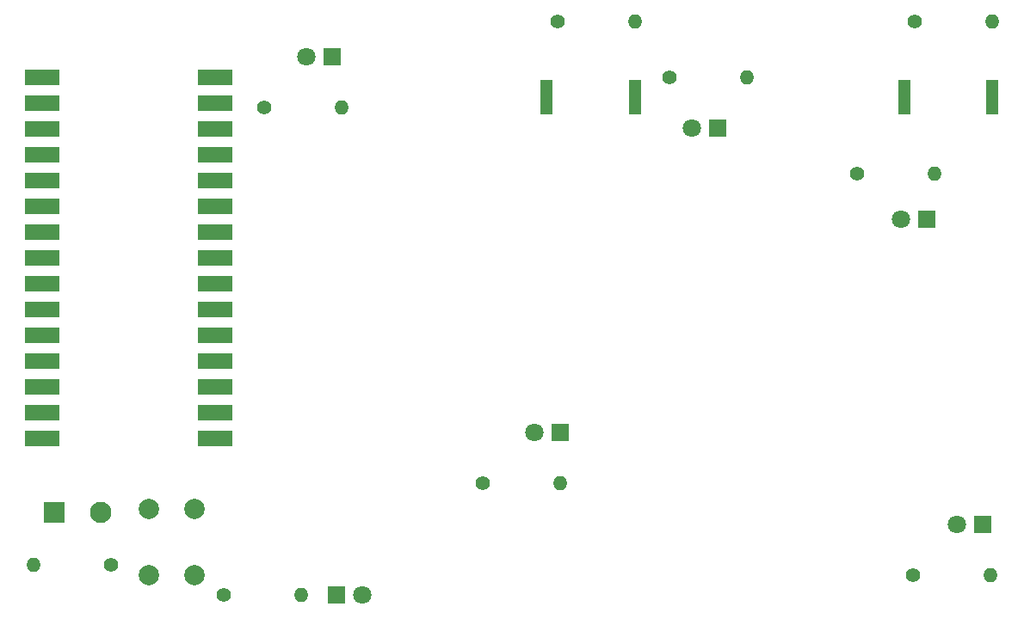
<source format=gbr>
%TF.GenerationSoftware,KiCad,Pcbnew,8.0.6*%
%TF.CreationDate,2025-02-06T10:41:56-08:00*%
%TF.ProjectId,Decorative PCB for Amaia,4465636f-7261-4746-9976-652050434220,V2*%
%TF.SameCoordinates,Original*%
%TF.FileFunction,Soldermask,Top*%
%TF.FilePolarity,Negative*%
%FSLAX46Y46*%
G04 Gerber Fmt 4.6, Leading zero omitted, Abs format (unit mm)*
G04 Created by KiCad (PCBNEW 8.0.6) date 2025-02-06 10:41:56*
%MOMM*%
%LPD*%
G01*
G04 APERTURE LIST*
G04 Aperture macros list*
%AMRoundRect*
0 Rectangle with rounded corners*
0 $1 Rounding radius*
0 $2 $3 $4 $5 $6 $7 $8 $9 X,Y pos of 4 corners*
0 Add a 4 corners polygon primitive as box body*
4,1,4,$2,$3,$4,$5,$6,$7,$8,$9,$2,$3,0*
0 Add four circle primitives for the rounded corners*
1,1,$1+$1,$2,$3*
1,1,$1+$1,$4,$5*
1,1,$1+$1,$6,$7*
1,1,$1+$1,$8,$9*
0 Add four rect primitives between the rounded corners*
20,1,$1+$1,$2,$3,$4,$5,0*
20,1,$1+$1,$4,$5,$6,$7,0*
20,1,$1+$1,$6,$7,$8,$9,0*
20,1,$1+$1,$8,$9,$2,$3,0*%
G04 Aperture macros list end*
%ADD10R,1.800000X1.800000*%
%ADD11C,1.800000*%
%ADD12RoundRect,0.250001X-0.799999X-0.799999X0.799999X-0.799999X0.799999X0.799999X-0.799999X0.799999X0*%
%ADD13C,2.100000*%
%ADD14C,1.400000*%
%ADD15O,1.400000X1.400000*%
%ADD16R,1.300000X3.400000*%
%ADD17R,3.500000X1.600000*%
%ADD18C,2.000000*%
G04 APERTURE END LIST*
D10*
%TO.C,D6*%
X126000000Y-60500000D03*
D11*
X123460000Y-60500000D03*
%TD*%
D10*
%TO.C,D1*%
X126460000Y-113500000D03*
D11*
X129000000Y-113500000D03*
%TD*%
D12*
%TO.C,J1*%
X98650000Y-105360000D03*
D13*
X103250000Y-105360000D03*
%TD*%
D14*
%TO.C,R9*%
X119380000Y-65500000D03*
D15*
X127000000Y-65500000D03*
%TD*%
D14*
%TO.C,R1*%
X148190000Y-57000000D03*
D15*
X155810000Y-57000000D03*
%TD*%
D14*
%TO.C,R2*%
X183380000Y-57000000D03*
D15*
X191000000Y-57000000D03*
%TD*%
D14*
%TO.C,R7*%
X140880000Y-102500000D03*
D15*
X148500000Y-102500000D03*
%TD*%
D14*
%TO.C,R6*%
X159190000Y-62500000D03*
D15*
X166810000Y-62500000D03*
%TD*%
D16*
%TO.C,Y2*%
X155850000Y-64500000D03*
X147150000Y-64500000D03*
%TD*%
D10*
%TO.C,D2*%
X190040000Y-106500000D03*
D11*
X187500000Y-106500000D03*
%TD*%
D17*
%TO.C,A1*%
X114500000Y-98060000D03*
X114500000Y-95520000D03*
X114500000Y-92980000D03*
X114500000Y-90440000D03*
X114500000Y-87900000D03*
X114500000Y-85360000D03*
X114500000Y-82820000D03*
X114500000Y-80280000D03*
X114500000Y-77740000D03*
X114500000Y-75200000D03*
X114500000Y-72660000D03*
X114500000Y-70120000D03*
X114500000Y-67580000D03*
X114500000Y-65040000D03*
X114500000Y-62500000D03*
X97500000Y-62500000D03*
X97500000Y-65040000D03*
X97500000Y-67580000D03*
X97500000Y-70120000D03*
X97500000Y-72660000D03*
X97500000Y-75200000D03*
X97500000Y-77740000D03*
X97500000Y-80280000D03*
X97500000Y-82820000D03*
X97500000Y-85360000D03*
X97500000Y-87900000D03*
X97500000Y-90440000D03*
X97500000Y-92980000D03*
X97500000Y-95560000D03*
X97500000Y-98060000D03*
%TD*%
D10*
%TO.C,D3*%
X164000000Y-67500000D03*
D11*
X161460000Y-67500000D03*
%TD*%
D14*
%TO.C,R4*%
X115380000Y-113500000D03*
D15*
X123000000Y-113500000D03*
%TD*%
D14*
%TO.C,R8*%
X177690000Y-72000000D03*
D15*
X185310000Y-72000000D03*
%TD*%
D10*
%TO.C,D5*%
X184500000Y-76500000D03*
D11*
X181960000Y-76500000D03*
%TD*%
D16*
%TO.C,Y1*%
X191000000Y-64500000D03*
X182300000Y-64500000D03*
%TD*%
D14*
%TO.C,R5*%
X183190000Y-111500000D03*
D15*
X190810000Y-111500000D03*
%TD*%
D10*
%TO.C,D4*%
X148500000Y-97500000D03*
D11*
X145960000Y-97500000D03*
%TD*%
D18*
%TO.C,SW1*%
X112500000Y-105000000D03*
X112500000Y-111500000D03*
X108000000Y-105000000D03*
X108000000Y-111500000D03*
%TD*%
D14*
%TO.C,R3*%
X104310000Y-110500000D03*
D15*
X96690000Y-110500000D03*
%TD*%
M02*

</source>
